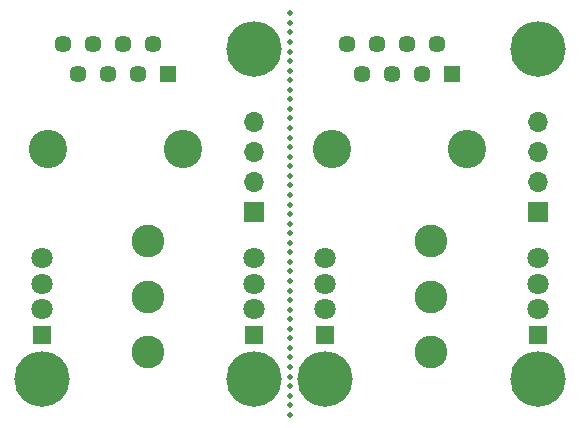
<source format=gbr>
%TF.GenerationSoftware,KiCad,Pcbnew,7.0.10*%
%TF.CreationDate,2025-01-30T23:55:36+01:00*%
%TF.ProjectId,DoublePanel_MouseBites,446f7562-6c65-4506-916e-656c5f4d6f75,rev?*%
%TF.SameCoordinates,Original*%
%TF.FileFunction,Soldermask,Bot*%
%TF.FilePolarity,Negative*%
%FSLAX46Y46*%
G04 Gerber Fmt 4.6, Leading zero omitted, Abs format (unit mm)*
G04 Created by KiCad (PCBNEW 7.0.10) date 2025-01-30 23:55:36*
%MOMM*%
%LPD*%
G01*
G04 APERTURE LIST*
%ADD10R,1.500000X1.500000*%
%ADD11C,1.800000*%
%ADD12C,0.500000*%
%ADD13C,4.700000*%
%ADD14C,2.775000*%
%ADD15R,1.700000X1.700000*%
%ADD16O,1.700000X1.700000*%
%ADD17C,3.250000*%
%ADD18R,1.446000X1.446000*%
%ADD19C,1.446000*%
G04 APERTURE END LIST*
D10*
%TO.C,D3*%
X145500000Y-47238500D03*
D11*
X145500000Y-45079500D03*
X145500000Y-42920500D03*
X145500000Y-40761500D03*
%TD*%
D10*
%TO.C,D3*%
X169500000Y-47238500D03*
D11*
X169500000Y-45079500D03*
X169500000Y-42920500D03*
X169500000Y-40761500D03*
%TD*%
D10*
%TO.C,D1*%
X127500000Y-47238500D03*
D11*
X127500000Y-45079500D03*
X127500000Y-42920500D03*
X127500000Y-40761500D03*
%TD*%
D10*
%TO.C,D1*%
X151500000Y-47238500D03*
D11*
X151500000Y-45079500D03*
X151500000Y-42920500D03*
X151500000Y-40761500D03*
%TD*%
D12*
%TO.C,KiKit_MB_1_34*%
X148500000Y-46714285D03*
%TD*%
%TO.C,KiKit_MB_1_25*%
X148500000Y-39428571D03*
%TD*%
%TO.C,KiKit_MB_1_1*%
X148500000Y-20000000D03*
%TD*%
%TO.C,KiKit_MB_1_38*%
X148500000Y-49952380D03*
%TD*%
%TO.C,KiKit_MB_1_18*%
X148500000Y-33761905D03*
%TD*%
%TO.C,KiKit_MB_1_32*%
X148500000Y-45095238D03*
%TD*%
%TO.C,KiKit_MB_1_20*%
X148500000Y-35380953D03*
%TD*%
%TO.C,KiKit_MB_1_13*%
X148500000Y-29714286D03*
%TD*%
%TO.C,KiKit_MB_1_30*%
X148500000Y-43476190D03*
%TD*%
%TO.C,KiKit_MB_1_35*%
X148500000Y-47523809D03*
%TD*%
D13*
%TO.C,H1*%
X169500000Y-23000000D03*
%TD*%
D12*
%TO.C,KiKit_MB_1_3*%
X148500000Y-21619048D03*
%TD*%
%TO.C,KiKit_MB_1_26*%
X148500000Y-40238095D03*
%TD*%
D13*
%TO.C,H2*%
X127500000Y-51000000D03*
%TD*%
D12*
%TO.C,KiKit_MB_1_41*%
X148500000Y-52380952D03*
%TD*%
%TO.C,KiKit_MB_1_15*%
X148500000Y-31333334D03*
%TD*%
%TO.C,KiKit_MB_1_17*%
X148500000Y-32952381D03*
%TD*%
%TO.C,KiKit_MB_1_5*%
X148500000Y-23238096D03*
%TD*%
%TO.C,KiKit_MB_1_12*%
X148500000Y-28904762D03*
%TD*%
%TO.C,KiKit_MB_1_10*%
X148500000Y-27285715D03*
%TD*%
%TO.C,KiKit_MB_1_43*%
X148500000Y-54000000D03*
%TD*%
%TO.C,KiKit_MB_1_29*%
X148500000Y-42666666D03*
%TD*%
%TO.C,KiKit_MB_1_19*%
X148500000Y-34571429D03*
%TD*%
%TO.C,KiKit_MB_1_28*%
X148500000Y-41857142D03*
%TD*%
%TO.C,KiKit_MB_1_22*%
X148500000Y-37000000D03*
%TD*%
D13*
%TO.C,H3*%
X169500000Y-51000000D03*
%TD*%
D12*
%TO.C,KiKit_MB_1_11*%
X148500000Y-28095239D03*
%TD*%
D13*
%TO.C,H2*%
X151500000Y-51000000D03*
%TD*%
D12*
%TO.C,KiKit_MB_1_21*%
X148500000Y-36190477D03*
%TD*%
%TO.C,KiKit_MB_1_23*%
X148500000Y-37809523D03*
%TD*%
%TO.C,KiKit_MB_1_31*%
X148500000Y-44285714D03*
%TD*%
%TO.C,KiKit_MB_1_39*%
X148500000Y-50761904D03*
%TD*%
D13*
%TO.C,H3*%
X145500000Y-51000000D03*
%TD*%
D14*
%TO.C,S1*%
X136500000Y-48700000D03*
X136500000Y-44000000D03*
X136500000Y-39300000D03*
%TD*%
D12*
%TO.C,KiKit_MB_1_8*%
X148500000Y-25666667D03*
%TD*%
%TO.C,KiKit_MB_1_42*%
X148500000Y-53190476D03*
%TD*%
%TO.C,KiKit_MB_1_7*%
X148500000Y-24857143D03*
%TD*%
%TO.C,KiKit_MB_1_4*%
X148500000Y-22428572D03*
%TD*%
%TO.C,KiKit_MB_1_36*%
X148500000Y-48333333D03*
%TD*%
%TO.C,KiKit_MB_1_37*%
X148500000Y-49142857D03*
%TD*%
%TO.C,KiKit_MB_1_24*%
X148500000Y-38619047D03*
%TD*%
%TO.C,KiKit_MB_1_14*%
X148500000Y-30523810D03*
%TD*%
%TO.C,KiKit_MB_1_27*%
X148500000Y-41047619D03*
%TD*%
%TO.C,KiKit_MB_1_2*%
X148500000Y-20809524D03*
%TD*%
D13*
%TO.C,H1*%
X145500000Y-23000000D03*
%TD*%
D12*
%TO.C,KiKit_MB_1_6*%
X148500000Y-24047620D03*
%TD*%
D14*
%TO.C,S1*%
X160500000Y-48700000D03*
X160500000Y-44000000D03*
X160500000Y-39300000D03*
%TD*%
D12*
%TO.C,KiKit_MB_1_33*%
X148500000Y-45904761D03*
%TD*%
%TO.C,KiKit_MB_1_40*%
X148500000Y-51571428D03*
%TD*%
%TO.C,KiKit_MB_1_16*%
X148500000Y-32142858D03*
%TD*%
%TO.C,KiKit_MB_1_9*%
X148500000Y-26476191D03*
%TD*%
D15*
%TO.C,J2*%
X145500000Y-36800000D03*
D16*
X145500000Y-34260000D03*
X145500000Y-31720000D03*
X145500000Y-29180000D03*
%TD*%
D15*
%TO.C,J2*%
X169500000Y-36800000D03*
D16*
X169500000Y-34260000D03*
X169500000Y-31720000D03*
X169500000Y-29180000D03*
%TD*%
D17*
%TO.C,J1*%
X139500000Y-31500000D03*
X128070000Y-31500000D03*
D18*
X138230000Y-25150000D03*
D19*
X136960000Y-22610000D03*
X135690000Y-25150000D03*
X134420000Y-22610000D03*
X133150000Y-25150000D03*
X131880000Y-22610000D03*
X130610000Y-25150000D03*
X129340000Y-22610000D03*
%TD*%
D17*
%TO.C,J1*%
X163500000Y-31500000D03*
X152070000Y-31500000D03*
D18*
X162230000Y-25150000D03*
D19*
X160960000Y-22610000D03*
X159690000Y-25150000D03*
X158420000Y-22610000D03*
X157150000Y-25150000D03*
X155880000Y-22610000D03*
X154610000Y-25150000D03*
X153340000Y-22610000D03*
%TD*%
M02*

</source>
